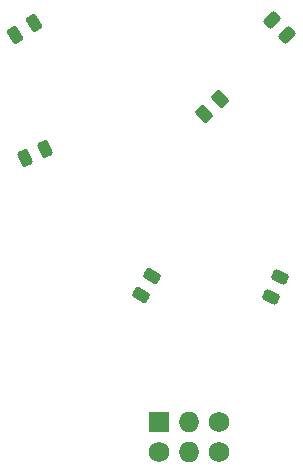
<source format=gbs>
%TF.GenerationSoftware,KiCad,Pcbnew,(6.0.10-0)*%
%TF.CreationDate,2023-05-24T21:28:30+02:00*%
%TF.ProjectId,SwiftLeeds,53776966-744c-4656-9564-732e6b696361,rev?*%
%TF.SameCoordinates,Original*%
%TF.FileFunction,Soldermask,Bot*%
%TF.FilePolarity,Negative*%
%FSLAX46Y46*%
G04 Gerber Fmt 4.6, Leading zero omitted, Abs format (unit mm)*
G04 Created by KiCad (PCBNEW (6.0.10-0)) date 2023-05-24 21:28:30*
%MOMM*%
%LPD*%
G01*
G04 APERTURE LIST*
G04 Aperture macros list*
%AMRoundRect*
0 Rectangle with rounded corners*
0 $1 Rounding radius*
0 $2 $3 $4 $5 $6 $7 $8 $9 X,Y pos of 4 corners*
0 Add a 4 corners polygon primitive as box body*
4,1,4,$2,$3,$4,$5,$6,$7,$8,$9,$2,$3,0*
0 Add four circle primitives for the rounded corners*
1,1,$1+$1,$2,$3*
1,1,$1+$1,$4,$5*
1,1,$1+$1,$6,$7*
1,1,$1+$1,$8,$9*
0 Add four rect primitives between the rounded corners*
20,1,$1+$1,$2,$3,$4,$5,0*
20,1,$1+$1,$4,$5,$6,$7,0*
20,1,$1+$1,$6,$7,$8,$9,0*
20,1,$1+$1,$8,$9,$2,$3,0*%
G04 Aperture macros list end*
%ADD10C,1.727200*%
%ADD11O,1.727200X1.727200*%
%ADD12R,1.727200X1.727200*%
%ADD13RoundRect,0.243750X-0.017031X0.516999X-0.439219X0.273249X0.017031X-0.516999X0.439219X-0.273249X0*%
%ADD14RoundRect,0.243750X0.028093X0.516516X-0.413732X0.310490X-0.028093X-0.516516X0.413732X-0.310490X0*%
%ADD15RoundRect,0.243750X0.310490X-0.413732X0.516516X0.028093X-0.310490X0.413732X-0.516516X-0.028093X0*%
%ADD16RoundRect,0.250000X0.132583X-0.503814X0.503814X-0.132583X-0.132583X0.503814X-0.503814X0.132583X0*%
%ADD17RoundRect,0.243750X0.494975X0.150260X0.150260X0.494975X-0.494975X-0.150260X-0.150260X-0.494975X0*%
%ADD18RoundRect,0.243750X-0.273249X0.439219X-0.516999X0.017031X0.273249X-0.439219X0.516999X-0.017031X0*%
G04 APERTURE END LIST*
D10*
%TO.C,BT2*%
X169600000Y-92750000D03*
X169600000Y-95290000D03*
D11*
X167060000Y-92750000D03*
X167060000Y-95290000D03*
D12*
X164520000Y-92750000D03*
D10*
X164520000Y-95290000D03*
%TD*%
D13*
%TO.C,D3*%
X153975149Y-58963913D03*
X152351351Y-59901413D03*
%TD*%
D14*
%TO.C,D4*%
X153150336Y-70396205D03*
X154849664Y-69603795D03*
%TD*%
D15*
%TO.C,D1*%
X174012128Y-82106287D03*
X174804538Y-80406959D03*
%TD*%
D16*
%TO.C,R1*%
X169645235Y-65354765D03*
X168354765Y-66645235D03*
%TD*%
D17*
%TO.C,D2*%
X175396605Y-59960451D03*
X174070779Y-58634625D03*
%TD*%
D18*
%TO.C,D5*%
X163891500Y-80347847D03*
X162954000Y-81971645D03*
%TD*%
M02*

</source>
